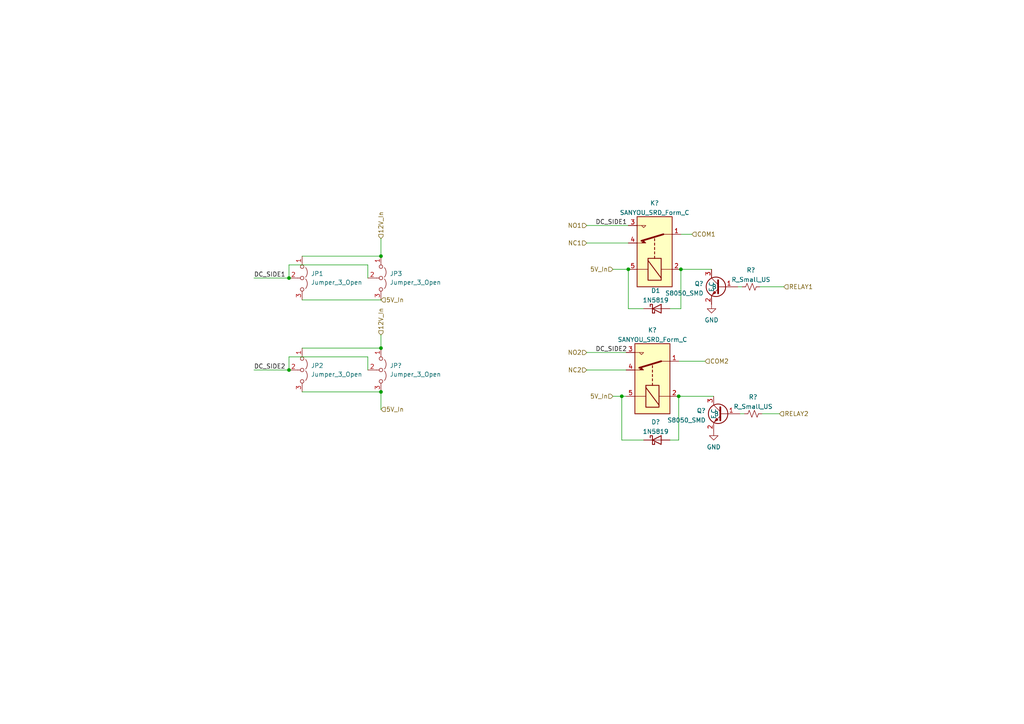
<source format=kicad_sch>
(kicad_sch (version 20211123) (generator eeschema)
  (paper "A4")
  (lib_symbols
    (symbol "Device:R_Small_US" (pin_numbers hide) (pin_names (offset 0.254) hide)
      (property "Reference" "R" (at 0.762 0.508 0))
      (property "Value" "R_Small_US" (at 0.762 -1.016 0))
      (symbol "R_Small_US_1_1"
        (polyline (pts (xy 0 0) (xy 1.016 -0.381) (xy 0 -0.762) (xy -1.016 -1.143) (xy 0 -1.524)))
        (polyline (pts (xy 0 1.524) (xy 1.016 1.143) (xy 0 0.762) (xy -1.016 0.381) (xy 0 0)))
        (pin passive line (at 0 2.54 270) (length 1.016) (name "~") (number "1"))
        (pin passive line (at 0 -2.54 90) (length 1.016) (name "~") (number "2"))
      )
    )
    (symbol "Diode:1N5819" (pin_numbers hide) (pin_names (offset 1.016) hide)
      (property "Reference" "D" (at 0 2.54 0))
      (property "Value" "1N5819" (at 0 -2.54 0))
      (symbol "1N5819_0_1"
        (polyline (pts (xy 1.27 0) (xy -1.27 0)))
        (polyline (pts (xy 1.27 1.27) (xy 1.27 -1.27) (xy -1.27 0) (xy 1.27 1.27)) (stroke (width 0.254)))
        (polyline (pts (xy -1.905 0.635) (xy -1.905 1.27) (xy -1.27 1.27) (xy -1.27 -1.27) (xy -0.635 -1.27) (xy -0.635 -0.635)) (stroke (width 0.254)))
      )
      (symbol "1N5819_1_1"
        (pin passive line (at -3.81 0 0) (length 2.54) (name "K") (number "1"))
        (pin passive line (at 3.81 0 180) (length 2.54) (name "A") (number "2"))
      )
    )
    (symbol "Jumper:Jumper_3_Open" (pin_names (offset 0) hide)
      (property "Reference" "JP" (at -2.54 -2.54 0))
      (property "Value" "Jumper_3_Open" (at 0 2.794 0))
      (symbol "Jumper_3_Open_0_0"
        (circle (center -3.302 0) (radius 0.508))
        (circle (center 0 0) (radius 0.508))
        (circle (center 3.302 0) (radius 0.508))
      )
      (symbol "Jumper_3_Open_0_1"
        (arc (start -0.254 1.016) (mid -1.651 1.4992) (end -3.048 1.016))
        (polyline (pts (xy 0 -0.508) (xy 0 -1.27)))
        (arc (start 3.048 1.016) (mid 1.651 1.4992) (end 0.254 1.016))
      )
      (symbol "Jumper_3_Open_1_1"
        (pin passive line (at -6.35 0 0) (length 2.54) (name "A") (number "1"))
        (pin input line (at 0 -3.81 90) (length 2.54) (name "C") (number "2"))
        (pin passive line (at 6.35 0 180) (length 2.54) (name "B") (number "3"))
      )
    )
    (symbol "MyDevices:S8050_SMD" (pin_names (offset 1.016))
      (property "Reference" "Q" (at -7.62 5.08 0))
      (property "Value" "S8050_SMD" (at -8.89 7.62 0))
      (symbol "S8050_SMD_1_1"
        (polyline (pts (xy -1.27 0) (xy -0.635 0)))
        (polyline (pts (xy -0.635 0.635) (xy 1.27 2.54)))
        (polyline (pts (xy -0.635 -0.635) (xy 1.27 -2.54) (xy 1.27 -2.54)))
        (polyline (pts (xy -0.635 1.905) (xy -0.635 -1.905) (xy -0.635 -1.905)) (stroke (width 0.508)))
        (polyline (pts (xy 0 -1.778) (xy 0.508 -1.27) (xy 1.016 -2.286) (xy 0 -1.778) (xy 0 -1.778)) (fill (type outline)))
        (circle (center 0 0) (radius 2.8194) (stroke (width 0.254)))
        (pin input line (at -6.35 0 0) (length 5.08) (name "B") (number "1"))
        (pin passive line (at 1.27 -5.08 90) (length 2.54) (name "E") (number "2"))
        (pin passive line (at 1.27 5.08 270) (length 2.54) (name "C") (number "3"))
      )
    )
    (symbol "Relay:SANYOU_SRD_Form_C"
      (property "Reference" "K" (at 11.43 3.81 0))
      (property "Value" "SANYOU_SRD_Form_C" (at 11.43 1.27 0))
      (symbol "SANYOU_SRD_Form_C_0_0"
        (polyline (pts (xy 7.62 5.08) (xy 7.62 2.54) (xy 6.985 3.175) (xy 7.62 3.81)))
      )
      (symbol "SANYOU_SRD_Form_C_0_1"
        (rectangle (start -10.16 5.08) (end 10.16 -5.08) (stroke (width 0.254)) (fill (type background)))
        (rectangle (start -8.255 1.905) (end -1.905 -1.905) (stroke (width 0.254)))
        (polyline (pts (xy -7.62 -1.905) (xy -2.54 1.905)) (stroke (width 0.254)))
        (polyline (pts (xy -5.08 -5.08) (xy -5.08 -1.905)))
        (polyline (pts (xy -5.08 5.08) (xy -5.08 1.905)))
        (polyline (pts (xy -1.905 0) (xy -1.27 0)) (stroke (width 0.254)))
        (polyline (pts (xy -0.635 0) (xy 0 0)) (stroke (width 0.254)))
        (polyline (pts (xy 0.635 0) (xy 1.27 0)) (stroke (width 0.254)))
        (polyline (pts (xy 1.905 0) (xy 2.54 0)) (stroke (width 0.254)))
        (polyline (pts (xy 3.175 0) (xy 3.81 0)) (stroke (width 0.254)))
        (polyline (pts (xy 5.08 -2.54) (xy 3.175 3.81)) (stroke (width 0.508)))
        (polyline (pts (xy 5.08 -2.54) (xy 5.08 -5.08)))
      )
      (symbol "SANYOU_SRD_Form_C_1_1"
        (polyline (pts (xy 2.54 3.81) (xy 3.175 3.175) (xy 2.54 2.54) (xy 2.54 5.08)) (fill (type outline)))
        (pin passive line (at 5.08 -7.62 90) (length 2.54) (name "~") (number "1"))
        (pin passive line (at -5.08 -7.62 90) (length 2.54) (name "~") (number "2"))
        (pin passive line (at 7.62 7.62 270) (length 2.54) (name "~") (number "3"))
        (pin passive line (at 2.54 7.62 270) (length 2.54) (name "~") (number "4"))
        (pin passive line (at -5.08 7.62 270) (length 2.54) (name "~") (number "5"))
      )
    )
    (symbol "power:GND" (power) (pin_names (offset 0))
      (property "Value" "GND" (at 0 -3.81 0))
      (symbol "GND_0_1"
        (polyline (pts (xy 0 0) (xy 0 -1.27) (xy 1.27 -1.27) (xy 0 -2.54) (xy -1.27 -1.27) (xy 0 -1.27)))
      )
      (symbol "GND_1_1"
        (pin power_in line (at 0 0 270) (length 0) hide (name "GND") (number "1"))
      )
    )
  )
  (junction (at 83.82 107.315))
  (junction (at 83.82 80.645))
  (junction (at 196.85 114.935))
  (junction (at 182.245 78.105))
  (junction (at 110.49 74.295))
  (junction (at 180.34 114.935))
  (junction (at 197.485 78.105))
  (junction (at 110.49 113.665))
  (junction (at 110.49 100.965))
  (wire (pts (xy 83.82 103.505) (xy 106.68 103.505)))
  (wire (pts (xy 182.245 89.535) (xy 186.69 89.535)))
  (wire (pts (xy 106.68 103.505) (xy 106.68 107.315)))
  (wire (pts (xy 87.63 86.995) (xy 110.49 86.995)))
  (wire (pts (xy 197.485 67.945) (xy 200.66 67.945)))
  (wire (pts (xy 220.98 120.015) (xy 226.06 120.015)))
  (wire (pts (xy 110.49 113.665) (xy 110.49 118.745)))
  (wire (pts (xy 180.34 127.635) (xy 186.69 127.635)))
  (wire (pts (xy 213.995 83.185) (xy 215.265 83.185)))
  (wire (pts (xy 170.18 102.235) (xy 181.61 102.235)))
  (wire (pts (xy 87.63 74.295) (xy 110.49 74.295)))
  (wire (pts (xy 196.85 114.935) (xy 207.01 114.935)))
  (wire (pts (xy 73.66 80.645) (xy 83.82 80.645)))
  (wire (pts (xy 170.18 107.315) (xy 181.61 107.315)))
  (wire (pts (xy 196.85 104.775) (xy 204.47 104.775)))
  (wire (pts (xy 110.49 97.155) (xy 110.49 100.965)))
  (wire (pts (xy 197.485 78.105) (xy 206.375 78.105)))
  (wire (pts (xy 83.82 107.315) (xy 83.82 103.505)))
  (wire (pts (xy 170.18 65.405) (xy 182.245 65.405)))
  (wire (pts (xy 220.345 83.185) (xy 227.33 83.185)))
  (wire (pts (xy 73.66 107.315) (xy 83.82 107.315)))
  (wire (pts (xy 197.485 89.535) (xy 197.485 78.105)))
  (wire (pts (xy 170.18 70.485) (xy 182.245 70.485)))
  (wire (pts (xy 194.31 89.535) (xy 197.485 89.535)))
  (wire (pts (xy 194.31 127.635) (xy 196.85 127.635)))
  (wire (pts (xy 180.34 114.935) (xy 180.34 127.635)))
  (wire (pts (xy 196.85 127.635) (xy 196.85 114.935)))
  (wire (pts (xy 182.245 78.105) (xy 182.245 89.535)))
  (wire (pts (xy 110.49 69.215) (xy 110.49 74.295)))
  (wire (pts (xy 180.34 114.935) (xy 181.61 114.935)))
  (wire (pts (xy 177.8 114.935) (xy 180.34 114.935)))
  (wire (pts (xy 87.63 100.965) (xy 110.49 100.965)))
  (wire (pts (xy 177.8 78.105) (xy 182.245 78.105)))
  (wire (pts (xy 87.63 113.665) (xy 110.49 113.665)))
  (wire (pts (xy 83.82 80.645) (xy 83.82 76.835)))
  (wire (pts (xy 214.63 120.015) (xy 215.9 120.015)))
  (wire (pts (xy 83.82 76.835) (xy 106.68 76.835)))
  (wire (pts (xy 106.68 76.835) (xy 106.68 80.645)))
  (label "DC_SIDE2" (at 73.66 107.315 0))
  (label "DC_SIDE2" (at 172.72 102.235 0))
  (label "DC_SIDE1" (at 172.72 65.405 0))
  (label "DC_SIDE1" (at 73.66 80.645 0))
  (hierarchical_label "NO2" (shape input) (at 170.18 102.235 180))
  (hierarchical_label "5V_In" (shape input) (at 110.49 118.745 0))
  (hierarchical_label "5V_In" (shape input) (at 110.49 86.995 0))
  (hierarchical_label "COM2" (shape input) (at 204.47 104.775 0))
  (hierarchical_label "RELAY1" (shape input) (at 227.33 83.185 0))
  (hierarchical_label "12V_In" (shape input) (at 110.49 97.155 90))
  (hierarchical_label "RELAY2" (shape input) (at 226.06 120.015 0))
  (hierarchical_label "12V_In" (shape input) (at 110.49 69.215 90))
  (hierarchical_label "COM1" (shape input) (at 200.66 67.945 0))
  (hierarchical_label "5V_In" (shape input) (at 177.8 78.105 180))
  (hierarchical_label "NC1" (shape input) (at 170.18 70.485 180))
  (hierarchical_label "5V_In" (shape input) (at 177.8 114.935 180))
  (hierarchical_label "NC2" (shape input) (at 170.18 107.315 180))
  (hierarchical_label "NO1" (shape input) (at 170.18 65.405 180))
  (symbol (lib_id "Relay:SANYOU_SRD_Form_C") (at 189.865 73.025 90) (unit 1)
    (property "Reference" "K?" (at 189.865 58.8985 90))
    (property "Value" "SANYOU_SRD_Form_C" (at 189.865 61.6736 90))
    (property "Footprint" "Relay_THT:Relay_SPDT_SANYOU_SRD_Series_Form_C" (effects hide))
    (property "Datasheet" "http://www.sanyourelay.ca/public/products/pdf/SRD.pdf" (effects hide))
  )
  (symbol (lib_id "power:GND") (at 206.375 88.265 0) (unit 1)
    (property "Reference" "#PWR?" (effects hide))
    (property "Value" "GND" (at 206.375 92.8275 0))
  )
  (symbol (lib_id "MyDevices:S8050_SMD") (at 208.28 120.015 0) (mirror y) (unit 1)
    (property "Reference" "Q?" (at 204.6986 119.1065 0) (effects (justify left)))
    (property "Value" "S8050_SMD" (at 204.6986 121.8816 0) (effects (justify left)))
    (property "Footprint" "Package_TO_SOT_SMD:SOT-23" (effects hide))
  )
  (symbol (lib_id "Jumper:Jumper_3_Open") (at 87.63 107.315 270) (unit 1)
    (property "Reference" "JP2" (at 90.17 106.0449 90) (effects (justify left)))
    (property "Value" "Jumper_3_Open" (at 90.17 108.5849 90) (effects (justify left)))
    (property "Footprint" "Jumper:SolderJumper-3_P2.0mm_Open_TrianglePad1.0x1.5mm" (effects hide))
  )
  (symbol (lib_id "Jumper:Jumper_3_Open") (at 110.49 80.645 270) (unit 1)
    (property "Reference" "JP3" (at 113.03 79.3749 90) (effects (justify left)))
    (property "Value" "Jumper_3_Open" (at 113.03 81.9149 90) (effects (justify left)))
    (property "Footprint" "Jumper:SolderJumper-3_P2.0mm_Open_TrianglePad1.0x1.5mm" (effects hide))
  )
  (symbol (lib_id "MyDevices:S8050_SMD") (at 207.645 83.185 0) (mirror y) (unit 1)
    (property "Reference" "Q?" (at 204.0636 82.2765 0) (effects (justify left)))
    (property "Value" "S8050_SMD" (at 204.0636 85.0516 0) (effects (justify left)))
    (property "Footprint" "Package_TO_SOT_SMD:SOT-23" (effects hide))
  )
  (symbol (lib_id "Diode:1N5819") (at 190.5 127.635 0) (unit 1)
    (property "Reference" "D?" (at 190.1825 122.3985 0))
    (property "Value" "1N5819" (at 190.1825 125.1736 0))
    (property "Footprint" "Diode_THT:D_DO-41_SOD81_P10.16mm_Horizontal" (effects hide))
    (property "Datasheet" "http://www.vishay.com/docs/88525/1n5817.pdf" (effects hide))
  )
  (symbol (lib_id "Diode:1N5819") (at 190.5 89.535 0) (unit 1)
    (property "Reference" "D1" (at 190.1825 84.2985 0))
    (property "Value" "1N5819" (at 190.1825 87.0736 0))
    (property "Footprint" "Diode_SMD:D_SOD-123" (effects hide))
    (property "Datasheet" "http://www.vishay.com/docs/88525/1n5817.pdf" (effects hide))
  )
  (symbol (lib_id "Device:R_Small_US") (at 218.44 120.015 90) (unit 1)
    (property "Reference" "R?" (at 218.44 115.1595 90))
    (property "Value" "R_Small_US" (at 218.44 117.9346 90))
    (property "Footprint" "Resistor_SMD:R_0402_1005Metric" (effects hide))
  )
  (symbol (lib_id "power:GND") (at 207.01 125.095 0) (unit 1)
    (property "Reference" "#PWR?" (effects hide))
    (property "Value" "GND" (at 207.01 129.6575 0))
  )
  (symbol (lib_id "Jumper:Jumper_3_Open") (at 110.49 107.315 270) (unit 1)
    (property "Reference" "JP?" (at 113.03 106.0449 90) (effects (justify left)))
    (property "Value" "Jumper_3_Open" (at 113.03 108.5849 90) (effects (justify left)))
    (property "Footprint" "Jumper:SolderJumper-3_P2.0mm_Open_TrianglePad1.0x1.5mm" (effects hide))
  )
  (symbol (lib_id "Relay:SANYOU_SRD_Form_C") (at 189.23 109.855 90) (unit 1)
    (property "Reference" "K?" (at 189.23 95.7285 90))
    (property "Value" "SANYOU_SRD_Form_C" (at 189.23 98.5036 90))
    (property "Footprint" "Relay_THT:Relay_SPDT_SANYOU_SRD_Series_Form_C" (effects hide))
    (property "Datasheet" "http://www.sanyourelay.ca/public/products/pdf/SRD.pdf" (effects hide))
  )
  (symbol (lib_id "Device:R_Small_US") (at 217.805 83.185 90) (unit 1)
    (property "Reference" "R?" (at 217.805 78.3295 90))
    (property "Value" "R_Small_US" (at 217.805 81.1046 90))
    (property "Footprint" "Resistor_SMD:R_0402_1005Metric" (effects hide))
  )
  (symbol (lib_id "Jumper:Jumper_3_Open") (at 87.63 80.645 270) (unit 1)
    (property "Reference" "JP1" (at 90.17 79.3749 90) (effects (justify left)))
    (property "Value" "Jumper_3_Open" (at 90.17 81.9149 90) (effects (justify left)))
    (property "Footprint" "Jumper:SolderJumper-3_P2.0mm_Open_TrianglePad1.0x1.5mm" (effects hide))
  )
)
</source>
